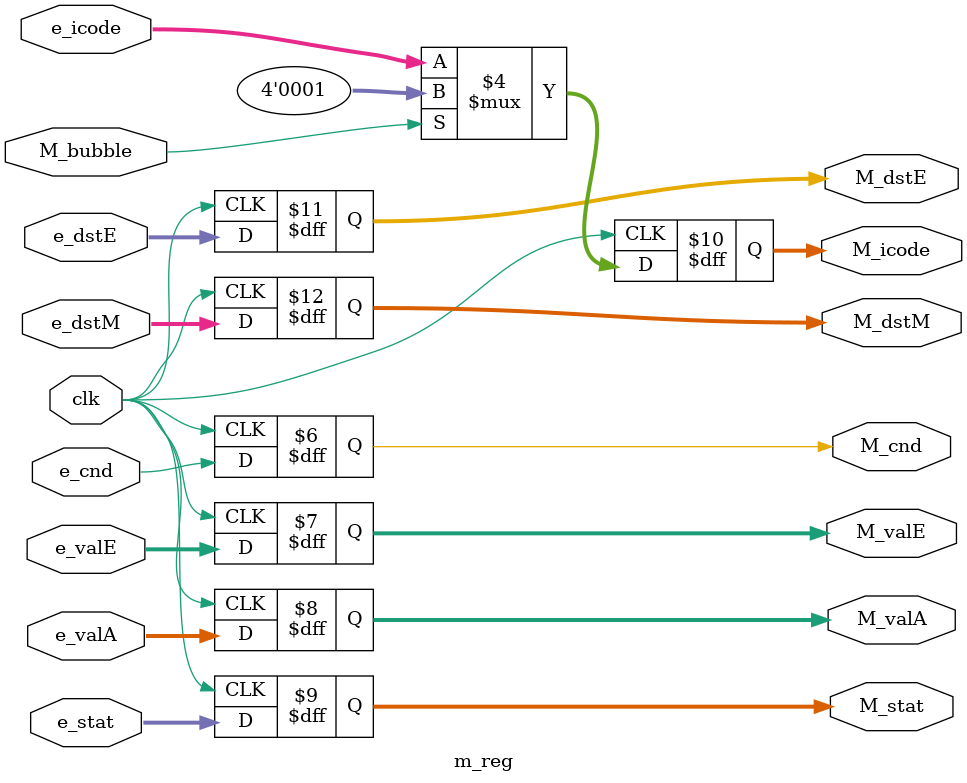
<source format=v>
module m_reg(clk, e_stat, M_stat, e_icode, M_icode, e_cnd, M_cnd, e_valE, M_valE, e_valA, M_valA, e_dstE, M_dstE, e_dstM, M_dstM,M_bubble);

input clk,M_bubble;
input  e_cnd;
input [3:0] e_stat;
input [63:0] e_valE, e_valA;
input [3:0] e_icode, e_dstE, e_dstM;

output reg M_cnd;
output reg [63:0] M_valE, M_valA;
output reg [3:0] M_stat, M_icode, M_dstE, M_dstM; 

always@(posedge clk)
    begin
        if(!M_bubble)begin
            M_icode <= e_icode;
        end
        else
            M_icode <= 4'b1;
            
        M_stat <= e_stat;
        M_cnd <= e_cnd;
        M_valE <= e_valE;
        M_valA <= e_valA;
        M_dstE <= e_dstE;
        M_dstM <= e_dstM;
    end
    
endmodule

</source>
